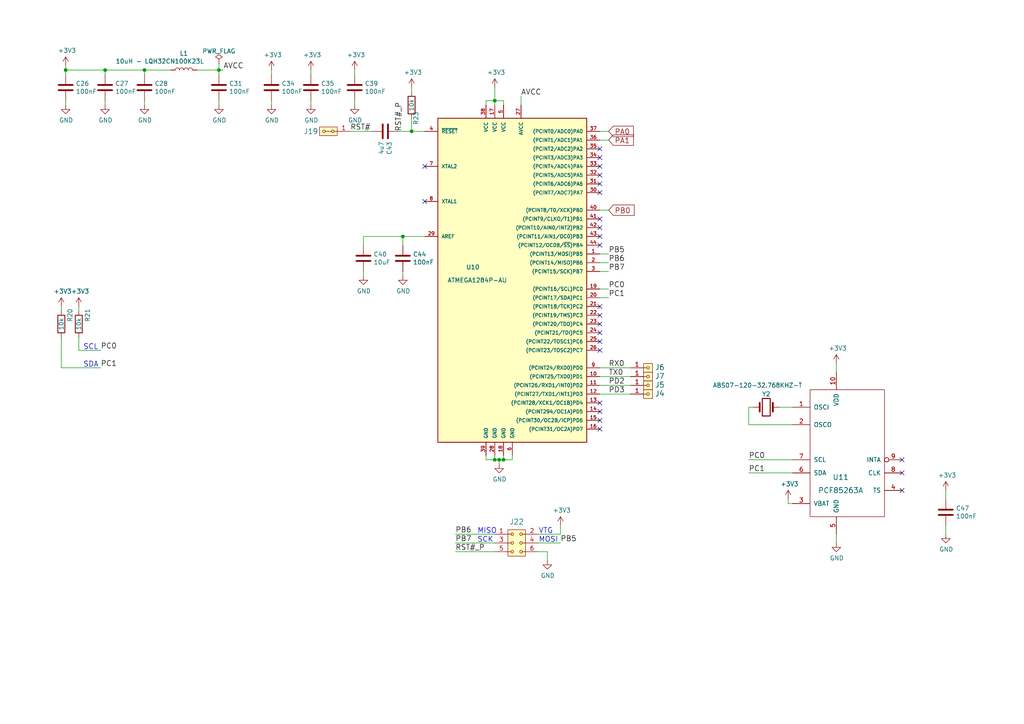
<source format=kicad_sch>
(kicad_sch (version 20230121) (generator eeschema)
  (paper "A4")
  (title_block (title "SPACEDOS01B") (date "2023-01-26") (company "www.ust.cz") (comment 1 "Semiconductor \\nIonizing radiation \\nsatellite spectrometer  \\nand dosimeter ") (comment 3 "Universal Scientific Technologies s.r.o. "))
  (lib_symbols
    (symbol "MLAB_HEADER:HEADER_1x01" (pin_names (offset 1.016))
      (property "Reference" "J" (at 0 -2.54 0))
      (property "Value" "HEADER_1x01" (at 0 2.54 0))
      (symbol "HEADER_1x01_0_1"
        (rectangle (start -1.27 1.27) (end 1.27 -1.27) (fill (type background)))
        (polyline (pts (xy -1.27 0) (xy -0.381 0)))
        (circle (center 0 0) (radius 0.381))
      )
      (symbol "HEADER_1x01_1_1"
        (pin input line (at -5.08 0 0) (length 3.81) (name "~") (number "1"))
      )
    )
    (symbol "MLAB_HEADER:HEADER_2x01_PARALLEL" (pin_names (offset 1.016))
      (property "Reference" "J" (at 0 -2.54 0))
      (property "Value" "HEADER_2x01_PARALLEL" (at 0 2.54 0))
      (symbol "HEADER_2x01_PARALLEL_0_1"
        (rectangle (start -2.54 1.27) (end 2.54 -1.27) (fill (type background)))
        (circle (center -1.27 0) (radius 0.381))
        (polyline (pts (xy -1.651 0) (xy -2.54 0)))
        (polyline (pts (xy -0.889 0) (xy 0.889 0)))
        (circle (center 1.27 0) (radius 0.381))
      )
      (symbol "HEADER_2x01_PARALLEL_1_1"
        (pin input line (at -6.35 0 0) (length 3.81) (name "~") (number "1"))
        (pin input line (at -6.35 0 0) (length 3.81) hide (name "~") (number "2"))
      )
    )
    (symbol "MLAB_HEADER:HEADER_2x03" (pin_names (offset 1.016))
      (property "Reference" "J" (at 0 -5.08 0))
      (property "Value" "HEADER_2x03" (at 0 5.08 0))
      (symbol "HEADER_2x03_0_1"
        (rectangle (start -2.54 3.81) (end 2.54 -3.81) (fill (type background)))
        (circle (center -1.27 -2.54) (radius 0.381))
        (circle (center -1.27 0) (radius 0.381))
        (circle (center -1.27 2.54) (radius 0.381))
        (polyline (pts (xy -1.651 -2.54) (xy -2.54 -2.54)))
        (polyline (pts (xy -1.651 0) (xy -2.54 0)))
        (polyline (pts (xy -1.651 2.54) (xy -2.54 2.54)))
        (polyline (pts (xy 1.651 -2.54) (xy 2.54 -2.54)))
        (polyline (pts (xy 1.651 0) (xy 2.54 0)))
        (polyline (pts (xy 1.651 2.54) (xy 2.54 2.54)))
        (circle (center 1.27 -2.54) (radius 0.381))
        (circle (center 1.27 0) (radius 0.381))
        (circle (center 1.27 2.54) (radius 0.381))
      )
      (symbol "HEADER_2x03_1_1"
        (pin input line (at -6.35 2.54 0) (length 3.81) (name "~") (number "1"))
        (pin input line (at 6.35 2.54 180) (length 3.81) (name "~") (number "2"))
        (pin input line (at -6.35 0 0) (length 3.81) (name "~") (number "3"))
        (pin input line (at 6.35 0 180) (length 3.81) (name "~") (number "4"))
        (pin input line (at -6.35 -2.54 0) (length 3.81) (name "~") (number "5"))
        (pin input line (at 6.35 -2.54 180) (length 3.81) (name "~") (number "6"))
      )
    )
    (symbol "MLAB_IO:PCF85263A" (pin_names (offset 1.016))
      (property "Reference" "U" (at 5.08 12.7 0))
      (property "Value" "MLAB_IO_PCF85263A" (at 6.35 8.89 0))
      (symbol "PCF85263A_0_1"
        (rectangle (start -7.62 17.78) (end 13.97 -19.05))
      )
      (symbol "PCF85263A_1_1"
        (pin input line (at -12.7 12.7 0) (length 5.08) (name "OSCI") (number "1"))
        (pin input line (at 0 22.86 270) (length 5.08) (name "VDD") (number "10"))
        (pin input line (at -12.7 7.62 0) (length 5.08) (name "OSCO") (number "2"))
        (pin input line (at -12.7 -15.24 0) (length 5.08) (name "VBAT") (number "3"))
        (pin input line (at 19.05 -11.43 180) (length 5.08) (name "TS") (number "4"))
        (pin input line (at 0 -24.13 90) (length 5.08) (name "GND") (number "5"))
        (pin input line (at -12.7 -6.35 0) (length 5.08) (name "SDA") (number "6"))
        (pin input line (at -12.7 -2.54 0) (length 5.08) (name "SCL") (number "7"))
        (pin input line (at 19.05 -6.35 180) (length 5.08) (name "CLK") (number "8"))
        (pin input inverted (at 19.05 -2.54 180) (length 5.08) (name "INTA") (number "9"))
      )
    )
    (symbol "SPACEDOS01B_PCB01A-rescue:ATMEGA1284P-AU-atmel-DATALOGGER01A-rescue-CCP2019V01A-rescue-SPACEDOS01A_PCB01A-rescue" (pin_names (offset 1.016))
      (property "Reference" "U" (at -21.59 47.752 0))
      (property "Value" "ATMEGA1284P-AU-atmel-DATALOGGER01A-rescue-CCP2019V01A-rescue-SPACEDOS01A_PCB01A-rescue" (at 10.16 -49.53 0))
      (symbol "ATMEGA1284P-AU-atmel-DATALOGGER01A-rescue-CCP2019V01A-rescue-SPACEDOS01A_PCB01A-rescue_0_1"
        (rectangle (start -21.59 46.99) (end 21.59 -46.99) (stroke (width 0.254)) (fill (type background)))
      )
      (symbol "ATMEGA1284P-AU-atmel-DATALOGGER01A-rescue-CCP2019V01A-rescue-SPACEDOS01A_PCB01A-rescue_1_1"
        (pin bidirectional line (at 25.4 7.62 180) (length 3.81) (name "(PCINT13/MOSI)PB5") (number "1"))
        (pin bidirectional line (at 25.4 -27.94 180) (length 3.81) (name "(PCINT25/TXD0)PD1") (number "10"))
        (pin bidirectional line (at 25.4 -30.48 180) (length 3.81) (name "(PCINT26/RXD1/INT0)PD2") (number "11"))
        (pin bidirectional line (at 25.4 -33.02 180) (length 3.81) (name "(PCINT27/TXD1/INT1)PD3") (number "12"))
        (pin bidirectional line (at 25.4 -35.56 180) (length 3.81) (name "(PCINT28/XCK1/OC1B)PD4") (number "13"))
        (pin bidirectional line (at 25.4 -38.1 180) (length 3.81) (name "(PCINT294/OC1A)PD5") (number "14"))
        (pin bidirectional line (at 25.4 -40.64 180) (length 3.81) (name "(PCINT30/OC2B/ICP)PD6") (number "15"))
        (pin bidirectional line (at 25.4 -43.18 180) (length 3.81) (name "(PCINT31/OC2A)PD7") (number "16"))
        (pin power_in line (at -5.08 50.8 270) (length 3.81) (name "VCC") (number "17"))
        (pin power_in line (at -2.54 -50.8 90) (length 3.81) (name "GND") (number "18"))
        (pin bidirectional line (at 25.4 -2.54 180) (length 3.81) (name "(PCINT16/SCL)PC0") (number "19"))
        (pin bidirectional line (at 25.4 5.08 180) (length 3.81) (name "(PCINT14/MISO)PB6") (number "2"))
        (pin bidirectional line (at 25.4 -5.08 180) (length 3.81) (name "(PCINT17/SDA)PC1") (number "20"))
        (pin bidirectional line (at 25.4 -7.62 180) (length 3.81) (name "(PCINT18/TCK)PC2") (number "21"))
        (pin bidirectional line (at 25.4 -10.16 180) (length 3.81) (name "(PCINT19/TMS)PC3") (number "22"))
        (pin bidirectional line (at 25.4 -12.7 180) (length 3.81) (name "(PCINT20/TDO)PC4") (number "23"))
        (pin bidirectional line (at 25.4 -15.24 180) (length 3.81) (name "(PCINT21/TDI)PC5") (number "24"))
        (pin bidirectional line (at 25.4 -17.78 180) (length 3.81) (name "(PCINT22/TOSC1)PC6") (number "25"))
        (pin bidirectional line (at 25.4 -20.32 180) (length 3.81) (name "(PCINT23/TOSC2)PC7") (number "26"))
        (pin power_in line (at 2.54 50.8 270) (length 3.81) (name "AVCC") (number "27"))
        (pin power_in line (at -5.08 -50.8 90) (length 3.81) (name "GND") (number "28"))
        (pin power_in line (at -25.4 12.7 0) (length 3.81) (name "AREF") (number "29"))
        (pin bidirectional line (at 25.4 2.54 180) (length 3.81) (name "(PCINT15/SCK)PB7") (number "3"))
        (pin bidirectional line (at 25.4 25.4 180) (length 3.81) (name "(PCINT7/ADC7)PA7") (number "30"))
        (pin bidirectional line (at 25.4 27.94 180) (length 3.81) (name "(PCINT6/ADC6)PA6") (number "31"))
        (pin bidirectional line (at 25.4 30.48 180) (length 3.81) (name "(PCINT5/ADC5)PA5") (number "32"))
        (pin bidirectional line (at 25.4 33.02 180) (length 3.81) (name "(PCINT4/ADC4)PA4") (number "33"))
        (pin bidirectional line (at 25.4 35.56 180) (length 3.81) (name "(PCINT3/ADC3)PA3") (number "34"))
        (pin bidirectional line (at 25.4 38.1 180) (length 3.81) (name "(PCINT2/ADC2)PA2") (number "35"))
        (pin bidirectional line (at 25.4 40.64 180) (length 3.81) (name "(PCINT1/ADC1)PA1") (number "36"))
        (pin bidirectional line (at 25.4 43.18 180) (length 3.81) (name "(PCINT0/ADC0)PA0") (number "37"))
        (pin power_in line (at -7.62 50.8 270) (length 3.81) (name "VCC") (number "38"))
        (pin power_in line (at -7.62 -50.8 90) (length 3.81) (name "GND") (number "39"))
        (pin input line (at -25.4 43.18 0) (length 3.81) (name "~{RESET}") (number "4"))
        (pin bidirectional line (at 25.4 20.32 180) (length 3.81) (name "(PCINT8/T0/XCK)PB0") (number "40"))
        (pin bidirectional line (at 25.4 17.78 180) (length 3.81) (name "(PCINT9/CLKO/T1)PB1") (number "41"))
        (pin bidirectional line (at 25.4 15.24 180) (length 3.81) (name "(PCINT10/AIN0/INT2)PB2") (number "42"))
        (pin bidirectional line (at 25.4 12.7 180) (length 3.81) (name "(PCINT11/AIN1/OC0)PB3") (number "43"))
        (pin bidirectional line (at 25.4 10.16 180) (length 3.81) (name "(PCINT12/OC0B/~{SS})PB4") (number "44"))
        (pin power_in line (at -2.54 50.8 270) (length 3.81) (name "VCC") (number "5"))
        (pin power_in line (at 0 -50.8 90) (length 3.81) (name "GND") (number "6"))
        (pin bidirectional line (at -25.4 33.02 0) (length 3.81) (name "XTAL2") (number "7"))
        (pin bidirectional line (at -25.4 22.86 0) (length 3.81) (name "XTAL1") (number "8"))
        (pin bidirectional line (at 25.4 -25.4 180) (length 3.81) (name "(PCINT24/RXD0)PD0") (number "9"))
      )
    )
    (symbol "SPACEDOS01B_PCB01A-rescue:C-device-DATALOGGER01A-rescue-CCP2019V01A-rescue-SPACEDOS01A_PCB01A-rescue" (pin_numbers hide) (pin_names (offset 0.254))
      (property "Reference" "C" (at 0.635 2.54 0))
      (property "Value" "C-device-DATALOGGER01A-rescue-CCP2019V01A-rescue-SPACEDOS01A_PCB01A-rescue" (at 0.635 -2.54 0))
      (symbol "C-device-DATALOGGER01A-rescue-CCP2019V01A-rescue-SPACEDOS01A_PCB01A-rescue_0_1"
        (polyline (pts (xy -2.032 -0.762) (xy 2.032 -0.762)) (stroke (width 0.508)))
        (polyline (pts (xy -2.032 0.762) (xy 2.032 0.762)) (stroke (width 0.508)))
      )
      (symbol "C-device-DATALOGGER01A-rescue-CCP2019V01A-rescue-SPACEDOS01A_PCB01A-rescue_1_1"
        (pin passive line (at 0 3.81 270) (length 2.794) (name "~") (number "1"))
        (pin passive line (at 0 -3.81 90) (length 2.794) (name "~") (number "2"))
      )
    )
    (symbol "SPACEDOS01B_PCB01A-rescue:Crystal-device-DATALOGGER01A-rescue-CCP2019V01A-rescue-SPACEDOS01A_PCB01A-rescue" (pin_numbers hide) (pin_names (offset 1.016) hide)
      (property "Reference" "Y" (at 0 3.81 0))
      (property "Value" "Crystal-device-DATALOGGER01A-rescue-CCP2019V01A-rescue-SPACEDOS01A_PCB01A-rescue" (at 0 -3.81 0))
      (symbol "Crystal-device-DATALOGGER01A-rescue-CCP2019V01A-rescue-SPACEDOS01A_PCB01A-rescue_0_1"
        (rectangle (start -1.143 2.54) (end 1.143 -2.54) (stroke (width 0.3048)))
        (polyline (pts (xy -2.54 0) (xy -1.905 0)))
        (polyline (pts (xy -1.905 -1.27) (xy -1.905 1.27)) (stroke (width 0.508)))
        (polyline (pts (xy 1.905 -1.27) (xy 1.905 1.27)) (stroke (width 0.508)))
        (polyline (pts (xy 2.54 0) (xy 1.905 0)))
      )
      (symbol "Crystal-device-DATALOGGER01A-rescue-CCP2019V01A-rescue-SPACEDOS01A_PCB01A-rescue_1_1"
        (pin passive line (at -3.81 0 0) (length 1.27) (name "1") (number "1"))
        (pin passive line (at 3.81 0 180) (length 1.27) (name "2") (number "2"))
      )
    )
    (symbol "SPACEDOS01B_PCB01A-rescue:L-device-DATALOGGER01A-rescue-CCP2019V01A-rescue-SPACEDOS01A_PCB01A-rescue" (pin_numbers hide) (pin_names (offset 1.016) hide)
      (property "Reference" "L" (at -1.27 0 90))
      (property "Value" "L-device-DATALOGGER01A-rescue-CCP2019V01A-rescue-SPACEDOS01A_PCB01A-rescue" (at 1.905 0 90))
      (symbol "L-device-DATALOGGER01A-rescue-CCP2019V01A-rescue-SPACEDOS01A_PCB01A-rescue_0_1"
        (arc (start 0 -2.54) (mid 0.6323 -1.905) (end 0 -1.27))
        (arc (start 0 -1.27) (mid 0.6323 -0.635) (end 0 0))
        (arc (start 0 0) (mid 0.6323 0.635) (end 0 1.27))
        (arc (start 0 1.27) (mid 0.6323 1.905) (end 0 2.54))
      )
      (symbol "L-device-DATALOGGER01A-rescue-CCP2019V01A-rescue-SPACEDOS01A_PCB01A-rescue_1_1"
        (pin passive line (at 0 3.81 270) (length 1.27) (name "1") (number "1"))
        (pin passive line (at 0 -3.81 90) (length 1.27) (name "2") (number "2"))
      )
    )
    (symbol "SPACEDOS01B_PCB01A-rescue:R-device-DATALOGGER01A-rescue-CCP2019V01A-rescue-SPACEDOS01A_PCB01A-rescue" (pin_numbers hide) (pin_names (offset 0))
      (property "Reference" "R" (at 2.032 0 90))
      (property "Value" "R-device-DATALOGGER01A-rescue-CCP2019V01A-rescue-SPACEDOS01A_PCB01A-rescue" (at 0 0 90))
      (symbol "R-device-DATALOGGER01A-rescue-CCP2019V01A-rescue-SPACEDOS01A_PCB01A-rescue_0_1"
        (rectangle (start -1.016 -2.54) (end 1.016 2.54) (stroke (width 0.254)))
      )
      (symbol "R-device-DATALOGGER01A-rescue-CCP2019V01A-rescue-SPACEDOS01A_PCB01A-rescue_1_1"
        (pin passive line (at 0 3.81 270) (length 1.27) (name "~") (number "1"))
        (pin passive line (at 0 -3.81 90) (length 1.27) (name "~") (number "2"))
      )
    )
    (symbol "power:+3.3V" (power) (pin_names (offset 0))
      (property "Value" "power_+3.3V" (at 0 3.556 0))
      (symbol "+3.3V_0_1"
        (polyline (pts (xy -0.762 1.27) (xy 0 2.54)))
        (polyline (pts (xy 0 0) (xy 0 2.54)))
        (polyline (pts (xy 0 2.54) (xy 0.762 1.27)))
      )
      (symbol "+3.3V_1_1"
        (pin power_in line (at 0 0 90) (length 0) hide (name "+3V3") (number "1"))
      )
    )
    (symbol "power:GND" (power) (pin_names (offset 0))
      (property "Value" "power_GND" (at 0 -3.81 0))
      (symbol "GND_0_1"
        (polyline (pts (xy 0 0) (xy 0 -1.27) (xy 1.27 -1.27) (xy 0 -2.54) (xy -1.27 -1.27) (xy 0 -1.27)))
      )
      (symbol "GND_1_1"
        (pin power_in line (at 0 0 270) (length 0) hide (name "GND") (number "1"))
      )
    )
    (symbol "power:PWR_FLAG" (power) (pin_numbers hide) (pin_names (offset 0) hide)
      (property "Value" "PWR_FLAG" (at 0 3.81 0))
      (symbol "PWR_FLAG_0_0"
        (pin power_out line (at 0 0 90) (length 0) (name "pwr") (number "1"))
      )
      (symbol "PWR_FLAG_0_1"
        (polyline (pts (xy 0 0) (xy 0 1.27) (xy -1.016 1.905) (xy 0 2.54) (xy 1.016 1.905) (xy 0 1.27)))
      )
    )
  )
  (junction (at 19.05 20.32))
  (junction (at 116.84 68.58))
  (junction (at 143.51 133.35))
  (junction (at 41.91 20.32))
  (junction (at 143.51 29.21))
  (junction (at 146.05 133.35))
  (junction (at 30.48 20.32))
  (junction (at 119.38 38.1))
  (junction (at 63.5 20.32))
  (junction (at 144.78 133.35))
  (no_connect (at 173.99 71.12))
  (no_connect (at 173.99 121.92))
  (no_connect (at 173.99 63.5))
  (no_connect (at 173.99 66.04))
  (no_connect (at 173.99 50.8))
  (no_connect (at 173.99 124.46))
  (no_connect (at 123.19 58.42))
  (no_connect (at 261.62 133.35))
  (no_connect (at 123.19 48.26))
  (no_connect (at 173.99 99.06))
  (no_connect (at 173.99 101.6))
  (no_connect (at 173.99 119.38))
  (no_connect (at 173.99 96.52))
  (no_connect (at 173.99 91.44))
  (no_connect (at 173.99 48.26))
  (no_connect (at 173.99 55.88))
  (no_connect (at 173.99 68.58))
  (no_connect (at 173.99 43.18))
  (no_connect (at 261.62 142.24))
  (no_connect (at 173.99 53.34))
  (no_connect (at 261.62 137.16))
  (no_connect (at 173.99 93.98))
  (no_connect (at 173.99 116.84))
  (no_connect (at 173.99 88.9))
  (no_connect (at 173.99 45.72))
  (wire (pts (xy 132.08 154.94) (xy 143.51 154.94)))
  (wire (pts (xy 173.99 111.76) (xy 182.88 111.76)))
  (wire (pts (xy 90.17 20.32) (xy 90.17 21.59)))
  (wire (pts (xy 102.87 20.32) (xy 102.87 21.59)))
  (wire (pts (xy 173.99 86.36) (xy 176.53 86.36)))
  (wire (pts (xy 140.97 132.08) (xy 140.97 133.35)))
  (wire (pts (xy 19.05 30.48) (xy 19.05 29.21)))
  (wire (pts (xy 218.44 118.11) (xy 217.17 118.11)))
  (wire (pts (xy 173.99 60.96) (xy 176.53 60.96)))
  (wire (pts (xy 22.86 101.6) (xy 29.21 101.6)))
  (wire (pts (xy 19.05 20.32) (xy 19.05 19.05)))
  (wire (pts (xy 41.91 30.48) (xy 41.91 29.21)))
  (wire (pts (xy 146.05 132.08) (xy 146.05 133.35)))
  (wire (pts (xy 173.99 114.3) (xy 182.88 114.3)))
  (wire (pts (xy 101.6 38.1) (xy 107.95 38.1)))
  (wire (pts (xy 242.57 157.48) (xy 242.57 154.94)))
  (wire (pts (xy 132.08 157.48) (xy 143.51 157.48)))
  (wire (pts (xy 229.87 133.35) (xy 217.17 133.35)))
  (wire (pts (xy 41.91 20.32) (xy 49.53 20.32)))
  (wire (pts (xy 229.87 118.11) (xy 226.06 118.11)))
  (wire (pts (xy 116.84 80.01) (xy 116.84 78.74)))
  (wire (pts (xy 143.51 133.35) (xy 144.78 133.35)))
  (wire (pts (xy 274.32 152.4) (xy 274.32 154.94)))
  (wire (pts (xy 132.08 160.02) (xy 143.51 160.02)))
  (wire (pts (xy 119.38 26.67) (xy 119.38 25.4)))
  (wire (pts (xy 173.99 106.68) (xy 182.88 106.68)))
  (wire (pts (xy 140.97 30.48) (xy 140.97 29.21)))
  (wire (pts (xy 119.38 38.1) (xy 123.19 38.1)))
  (wire (pts (xy 274.32 142.24) (xy 274.32 144.78)))
  (wire (pts (xy 63.5 20.32) (xy 63.5 21.59)))
  (wire (pts (xy 116.84 71.12) (xy 116.84 68.58)))
  (wire (pts (xy 140.97 133.35) (xy 143.51 133.35)))
  (wire (pts (xy 115.57 38.1) (xy 119.38 38.1)))
  (wire (pts (xy 156.21 157.48) (xy 162.56 157.48)))
  (wire (pts (xy 22.86 97.79) (xy 22.86 101.6)))
  (wire (pts (xy 41.91 21.59) (xy 41.91 20.32)))
  (wire (pts (xy 143.51 29.21) (xy 146.05 29.21)))
  (wire (pts (xy 78.74 30.48) (xy 78.74 29.21)))
  (wire (pts (xy 17.78 97.79) (xy 17.78 106.68)))
  (wire (pts (xy 144.78 133.35) (xy 146.05 133.35)))
  (wire (pts (xy 228.6 144.78) (xy 228.6 146.05)))
  (wire (pts (xy 119.38 34.29) (xy 119.38 38.1)))
  (wire (pts (xy 173.99 38.1) (xy 176.53 38.1)))
  (wire (pts (xy 158.75 160.02) (xy 158.75 162.56)))
  (wire (pts (xy 242.57 107.95) (xy 242.57 105.41)))
  (wire (pts (xy 173.99 73.66) (xy 176.53 73.66)))
  (wire (pts (xy 156.21 154.94) (xy 162.56 154.94)))
  (wire (pts (xy 30.48 20.32) (xy 41.91 20.32)))
  (wire (pts (xy 22.86 88.9) (xy 22.86 90.17)))
  (wire (pts (xy 173.99 83.82) (xy 176.53 83.82)))
  (wire (pts (xy 64.77 20.32) (xy 63.5 20.32)))
  (wire (pts (xy 78.74 20.32) (xy 78.74 21.59)))
  (wire (pts (xy 17.78 88.9) (xy 17.78 90.17)))
  (wire (pts (xy 217.17 123.19) (xy 229.87 123.19)))
  (wire (pts (xy 162.56 154.94) (xy 162.56 152.4)))
  (wire (pts (xy 148.59 133.35) (xy 148.59 132.08)))
  (wire (pts (xy 143.51 30.48) (xy 143.51 29.21)))
  (wire (pts (xy 173.99 78.74) (xy 176.53 78.74)))
  (wire (pts (xy 105.41 68.58) (xy 116.84 68.58)))
  (wire (pts (xy 116.84 68.58) (xy 123.19 68.58)))
  (wire (pts (xy 105.41 80.01) (xy 105.41 78.74)))
  (wire (pts (xy 105.41 68.58) (xy 105.41 71.12)))
  (wire (pts (xy 151.13 30.48) (xy 151.13 27.94)))
  (wire (pts (xy 228.6 146.05) (xy 229.87 146.05)))
  (wire (pts (xy 173.99 40.64) (xy 176.53 40.64)))
  (wire (pts (xy 63.5 18.415) (xy 63.5 20.32)))
  (wire (pts (xy 144.78 134.62) (xy 144.78 133.35)))
  (wire (pts (xy 19.05 21.59) (xy 19.05 20.32)))
  (wire (pts (xy 90.17 30.48) (xy 90.17 29.21)))
  (wire (pts (xy 30.48 21.59) (xy 30.48 20.32)))
  (wire (pts (xy 102.87 30.48) (xy 102.87 29.21)))
  (wire (pts (xy 143.51 132.08) (xy 143.51 133.35)))
  (wire (pts (xy 143.51 29.21) (xy 143.51 25.4)))
  (wire (pts (xy 30.48 30.48) (xy 30.48 29.21)))
  (wire (pts (xy 146.05 29.21) (xy 146.05 30.48)))
  (wire (pts (xy 146.05 133.35) (xy 148.59 133.35)))
  (wire (pts (xy 156.21 160.02) (xy 158.75 160.02)))
  (wire (pts (xy 217.17 137.16) (xy 229.87 137.16)))
  (wire (pts (xy 17.78 106.68) (xy 29.21 106.68)))
  (wire (pts (xy 173.99 109.22) (xy 182.88 109.22)))
  (wire (pts (xy 63.5 30.48) (xy 63.5 29.21)))
  (wire (pts (xy 173.99 76.2) (xy 176.53 76.2)))
  (wire (pts (xy 57.15 20.32) (xy 63.5 20.32)))
  (wire (pts (xy 140.97 29.21) (xy 143.51 29.21)))
  (wire (pts (xy 19.05 20.32) (xy 30.48 20.32)))
  (wire (pts (xy 217.17 118.11) (xy 217.17 123.19)))
  (text "SCL" (at 24.13 101.6 0) (effects (font (size 1.524 1.524)) (justify left bottom)))
  (text "MISO" (at 138.43 154.94 0) (effects (font (size 1.524 1.524)) (justify left bottom)))
  (text "MOSI" (at 156.21 157.48 0) (effects (font (size 1.524 1.524)) (justify left bottom)))
  (text "SCK" (at 138.43 157.48 0) (effects (font (size 1.524 1.524)) (justify left bottom)))
  (text "SDA" (at 24.13 106.68 0) (effects (font (size 1.524 1.524)) (justify left bottom)))
  (text "VTG" (at 156.21 154.94 0) (effects (font (size 1.524 1.524)) (justify left bottom)))
  (label "PC0" (at 176.53 83.82 0) (effects (font (size 1.524 1.524))))
  (label "PC0" (at 217.17 133.35 0) (effects (font (size 1.524 1.524))))
  (label "AVCC" (at 64.77 20.32 0) (effects (font (size 1.524 1.524))))
  (label "RX0" (at 176.53 106.68 0) (effects (font (size 1.524 1.524))))
  (label "PC1" (at 176.53 86.36 0) (effects (font (size 1.524 1.524))))
  (label "AVCC" (at 151.13 27.94 0) (effects (font (size 1.524 1.524))))
  (label "PD2" (at 176.53 111.76 0) (effects (font (size 1.524 1.524))))
  (label "PB5" (at 162.56 157.48 0) (effects (font (size 1.524 1.524))))
  (label "PC0" (at 29.21 101.6 0) (effects (font (size 1.524 1.524))))
  (label "PB7" (at 176.53 78.74 0) (effects (font (size 1.524 1.524))))
  (label "TX0" (at 176.53 109.22 0) (effects (font (size 1.524 1.524))))
  (label "PC1" (at 217.17 137.16 0) (effects (font (size 1.524 1.524))))
  (label "RST#_P" (at 132.08 160.02 0) (effects (font (size 1.524 1.524))))
  (label "RST#_P" (at 116.84 38.1 90) (effects (font (size 1.524 1.524))))
  (label "RST#" (at 101.6 38.1 0) (effects (font (size 1.524 1.524))))
  (label "PC1" (at 29.21 106.68 0) (effects (font (size 1.524 1.524))))
  (label "PD3" (at 176.53 114.3 0) (effects (font (size 1.524 1.524))))
  (label "PB6" (at 176.53 76.2 0) (effects (font (size 1.524 1.524))))
  (label "PB6" (at 132.08 154.94 0) (effects (font (size 1.524 1.524))))
  (label "PB7" (at 132.08 157.48 0) (effects (font (size 1.524 1.524))))
  (label "PB5" (at 176.53 73.66 0) (effects (font (size 1.524 1.524))))
  (global_label "PB0" (shape input) (at 176.53 60.96 0) (effects (font (size 1.524 1.524))) (property "Intersheetrefs" "${INTERSHEET_REFS}" (effects hide)))
  (global_label "PA0" (shape input) (at 176.53 38.1 0) (effects (font (size 1.524 1.524))) (property "Intersheetrefs" "${INTERSHEET_REFS}" (effects hide)))
  (global_label "PA1" (shape input) (at 176.53 40.64 0) (effects (font (size 1.524 1.524))) (property "Intersheetrefs" "${INTERSHEET_REFS}" (effects hide)))
  (symbol (lib_id "SPACEDOS01B_PCB01A-rescue:ATMEGA1284P-AU-atmel-DATALOGGER01A-rescue-CCP2019V01A-rescue-SPACEDOS01A_PCB01A-rescue") (at 148.59 81.28 0) (unit 1)
    (property "Reference" "U10" (at 137.16 77.47 0))
    (property "Value" "ATMEGA1284P-AU" (at 138.43 81.28 0))
    (property "Footprint" "Package_QFP:TQFP-44_10x10mm_P0.8mm" (effects hide))
    (property "Datasheet" "http://www.atmel.com/Images/Atmel-8272-8-bit-AVR-microcontroller-ATmega164A_PA-324A_PA-644A_PA-1284_P_datasheet.pdf" (effects hide))
  )
  (symbol (lib_id "SPACEDOS01B_PCB01A-rescue:C-device-DATALOGGER01A-rescue-CCP2019V01A-rescue-SPACEDOS01A_PCB01A-rescue") (at 105.41 74.93 0) (unit 1)
    (property "Reference" "C40" (at 108.331 73.7616 0) (effects (justify left)))
    (property "Value" "10uF" (at 108.331 76.073 0) (effects (justify left)))
    (property "Footprint" "Mlab_R:SMD-0805" (effects hide))
  )
  (symbol (lib_id "SPACEDOS01B_PCB01A-rescue:C-device-DATALOGGER01A-rescue-CCP2019V01A-rescue-SPACEDOS01A_PCB01A-rescue") (at 116.84 74.93 0) (unit 1)
    (property "Reference" "C44" (at 119.761 73.7616 0) (effects (justify left)))
    (property "Value" "100nF" (at 119.761 76.073 0) (effects (justify left)))
    (property "Footprint" "Mlab_R:SMD-0805" (effects hide))
  )
  (symbol (lib_id "power:GND") (at 116.84 80.01 0) (unit 1)
    (property "Reference" "#PWR0116" (effects hide))
    (property "Value" "GND" (at 116.967 84.4042 0))
  )
  (symbol (lib_id "power:GND") (at 105.41 80.01 0) (unit 1)
    (property "Reference" "#PWR0117" (effects hide))
    (property "Value" "GND" (at 105.537 84.4042 0))
  )
  (symbol (lib_id "SPACEDOS01B_PCB01A-rescue:C-device-DATALOGGER01A-rescue-CCP2019V01A-rescue-SPACEDOS01A_PCB01A-rescue") (at 111.76 38.1 270) (unit 1)
    (property "Reference" "C43" (at 112.9284 41.021 0) (effects (justify left)))
    (property "Value" "4u7" (at 110.617 41.021 0) (effects (justify left)))
    (property "Footprint" "Mlab_R:SMD-0805" (effects hide))
  )
  (symbol (lib_id "SPACEDOS01B_PCB01A-rescue:R-device-DATALOGGER01A-rescue-CCP2019V01A-rescue-SPACEDOS01A_PCB01A-rescue") (at 119.38 30.48 180) (unit 1)
    (property "Reference" "R23" (at 120.65 34.29 90))
    (property "Value" "10k" (at 119.38 30.48 90))
    (property "Footprint" "Mlab_R:SMD-0805" (effects hide))
  )
  (symbol (lib_id "MLAB_HEADER:HEADER_2x01_PARALLEL") (at 95.25 38.1 180) (unit 1)
    (property "Reference" "J19" (at 90.17 38.1 0) (effects (font (size 1.524 1.524))))
    (property "Value" "HEADER_2x01_PARALLEL" (effects hide))
    (property "Footprint" "Mlab_Pin_Headers:Straight_2x01" (effects hide))
  )
  (symbol (lib_id "SPACEDOS01B_PCB01A-rescue:C-device-DATALOGGER01A-rescue-CCP2019V01A-rescue-SPACEDOS01A_PCB01A-rescue") (at 19.05 25.4 0) (unit 1)
    (property "Reference" "C26" (at 21.971 24.2316 0) (effects (justify left)))
    (property "Value" "100nF" (at 21.971 26.543 0) (effects (justify left)))
    (property "Footprint" "Mlab_R:SMD-0805" (effects hide))
  )
  (symbol (lib_id "SPACEDOS01B_PCB01A-rescue:C-device-DATALOGGER01A-rescue-CCP2019V01A-rescue-SPACEDOS01A_PCB01A-rescue") (at 30.48 25.4 0) (unit 1)
    (property "Reference" "C27" (at 33.401 24.2316 0) (effects (justify left)))
    (property "Value" "100nF" (at 33.401 26.543 0) (effects (justify left)))
    (property "Footprint" "Mlab_R:SMD-0805" (effects hide))
  )
  (symbol (lib_id "SPACEDOS01B_PCB01A-rescue:C-device-DATALOGGER01A-rescue-CCP2019V01A-rescue-SPACEDOS01A_PCB01A-rescue") (at 41.91 25.4 0) (unit 1)
    (property "Reference" "C28" (at 44.831 24.2316 0) (effects (justify left)))
    (property "Value" "100nF" (at 44.831 26.543 0) (effects (justify left)))
    (property "Footprint" "Mlab_R:SMD-0805" (effects hide))
  )
  (symbol (lib_id "SPACEDOS01B_PCB01A-rescue:L-device-DATALOGGER01A-rescue-CCP2019V01A-rescue-SPACEDOS01A_PCB01A-rescue") (at 53.34 20.32 90) (unit 1)
    (property "Reference" "L1" (at 53.34 15.494 90))
    (property "Value" "10uH - LQH32CN100K23L" (at 46.355 17.78 90))
    (property "Footprint" "Mlab_R:SMD-1210" (effects hide))
  )
  (symbol (lib_id "SPACEDOS01B_PCB01A-rescue:C-device-DATALOGGER01A-rescue-CCP2019V01A-rescue-SPACEDOS01A_PCB01A-rescue") (at 63.5 25.4 0) (unit 1)
    (property "Reference" "C31" (at 66.421 24.2316 0) (effects (justify left)))
    (property "Value" "100nF" (at 66.421 26.543 0) (effects (justify left)))
    (property "Footprint" "Mlab_R:SMD-0805" (effects hide))
  )
  (symbol (lib_id "power:GND") (at 19.05 30.48 0) (unit 1)
    (property "Reference" "#PWR0121" (effects hide))
    (property "Value" "GND" (at 19.177 34.8742 0))
  )
  (symbol (lib_id "power:GND") (at 30.48 30.48 0) (unit 1)
    (property "Reference" "#PWR0122" (effects hide))
    (property "Value" "GND" (at 30.607 34.8742 0))
  )
  (symbol (lib_id "power:GND") (at 41.91 30.48 0) (unit 1)
    (property "Reference" "#PWR0123" (effects hide))
    (property "Value" "GND" (at 42.037 34.8742 0))
  )
  (symbol (lib_id "power:GND") (at 63.5 30.48 0) (unit 1)
    (property "Reference" "#PWR0124" (effects hide))
    (property "Value" "GND" (at 63.627 34.8742 0))
  )
  (symbol (lib_id "MLAB_HEADER:HEADER_2x03") (at 149.86 157.48 0) (unit 1)
    (property "Reference" "J22" (at 149.86 151.3586 0) (effects (font (size 1.524 1.524))))
    (property "Value" "HEADER_2x03" (effects hide))
    (property "Footprint" "Mlab_Pin_Headers:SMD_2x03" (effects hide))
  )
  (symbol (lib_id "power:GND") (at 158.75 162.56 0) (unit 1)
    (property "Reference" "#PWR0153" (effects hide))
    (property "Value" "GND" (at 158.877 166.9542 0))
  )
  (symbol (lib_id "power:GND") (at 144.78 134.62 0) (unit 1)
    (property "Reference" "#PWR0129" (effects hide))
    (property "Value" "GND" (at 144.907 139.0142 0))
  )
  (symbol (lib_id "SPACEDOS01B_PCB01A-rescue:R-device-DATALOGGER01A-rescue-CCP2019V01A-rescue-SPACEDOS01A_PCB01A-rescue") (at 17.78 93.98 180) (unit 1)
    (property "Reference" "R20" (at 20.32 91.44 90))
    (property "Value" "10k" (at 17.78 93.98 90))
    (property "Footprint" "Mlab_R:SMD-0805" (effects hide))
  )
  (symbol (lib_id "SPACEDOS01B_PCB01A-rescue:R-device-DATALOGGER01A-rescue-CCP2019V01A-rescue-SPACEDOS01A_PCB01A-rescue") (at 22.86 93.98 180) (unit 1)
    (property "Reference" "R21" (at 25.4 91.44 90))
    (property "Value" "10k" (at 22.86 93.98 90))
    (property "Footprint" "Mlab_R:SMD-0805" (effects hide))
  )
  (symbol (lib_id "MLAB_IO:PCF85263A") (at 242.57 130.81 0) (unit 1)
    (property "Reference" "U11" (at 243.84 138.43 0) (effects (font (size 1.524 1.524))))
    (property "Value" "PCF85263A" (at 243.84 142.24 0) (effects (font (size 1.524 1.524))))
    (property "Footprint" "Mlab_IO:TSSOP-10_3x3mm_Pitch0.5mm" (effects hide))
  )
  (symbol (lib_id "SPACEDOS01B_PCB01A-rescue:Crystal-device-DATALOGGER01A-rescue-CCP2019V01A-rescue-SPACEDOS01A_PCB01A-rescue") (at 222.25 118.11 0) (unit 1)
    (property "Reference" "Y2" (at 222.25 114.3 0))
    (property "Value" "ABS07-120-32.768KHZ-T" (at 219.71 111.76 0))
    (property "Footprint" "Mlab_XTAL:ABS07" (effects hide))
  )
  (symbol (lib_id "power:GND") (at 242.57 157.48 0) (unit 1)
    (property "Reference" "#PWR0133" (effects hide))
    (property "Value" "GND" (at 242.697 161.8742 0))
  )
  (symbol (lib_id "SPACEDOS01B_PCB01A-rescue:C-device-DATALOGGER01A-rescue-CCP2019V01A-rescue-SPACEDOS01A_PCB01A-rescue") (at 78.74 25.4 0) (unit 1)
    (property "Reference" "C34" (at 81.661 24.2316 0) (effects (justify left)))
    (property "Value" "100nF" (at 81.661 26.543 0) (effects (justify left)))
    (property "Footprint" "Mlab_R:SMD-0805" (effects hide))
  )
  (symbol (lib_id "power:GND") (at 78.74 30.48 0) (unit 1)
    (property "Reference" "#PWR0154" (effects hide))
    (property "Value" "GND" (at 78.867 34.8742 0))
  )
  (symbol (lib_id "SPACEDOS01B_PCB01A-rescue:C-device-DATALOGGER01A-rescue-CCP2019V01A-rescue-SPACEDOS01A_PCB01A-rescue") (at 274.32 148.59 0) (unit 1)
    (property "Reference" "C47" (at 277.241 147.4216 0) (effects (justify left)))
    (property "Value" "100nF" (at 277.241 149.733 0) (effects (justify left)))
    (property "Footprint" "Mlab_R:SMD-0805" (effects hide))
  )
  (symbol (lib_id "power:GND") (at 274.32 154.94 0) (unit 1)
    (property "Reference" "#PWR0134" (effects hide))
    (property "Value" "GND" (at 274.447 159.3342 0))
  )
  (symbol (lib_id "SPACEDOS01B_PCB01A-rescue:C-device-DATALOGGER01A-rescue-CCP2019V01A-rescue-SPACEDOS01A_PCB01A-rescue") (at 90.17 25.4 0) (unit 1)
    (property "Reference" "C35" (at 93.091 24.2316 0) (effects (justify left)))
    (property "Value" "100nF" (at 93.091 26.543 0) (effects (justify left)))
    (property "Footprint" "Mlab_R:SMD-0805" (effects hide))
  )
  (symbol (lib_id "power:GND") (at 90.17 30.48 0) (unit 1)
    (property "Reference" "#PWR0156" (effects hide))
    (property "Value" "GND" (at 90.297 34.8742 0))
  )
  (symbol (lib_id "SPACEDOS01B_PCB01A-rescue:C-device-DATALOGGER01A-rescue-CCP2019V01A-rescue-SPACEDOS01A_PCB01A-rescue") (at 102.87 25.4 0) (unit 1)
    (property "Reference" "C39" (at 105.791 24.2316 0) (effects (justify left)))
    (property "Value" "100nF" (at 105.791 26.543 0) (effects (justify left)))
    (property "Footprint" "Mlab_R:SMD-0805" (effects hide))
  )
  (symbol (lib_id "power:GND") (at 102.87 30.48 0) (unit 1)
    (property "Reference" "#PWR0158" (effects hide))
    (property "Value" "GND" (at 102.997 34.8742 0))
  )
  (symbol (lib_id "power:+3.3V") (at 228.6 144.78 0) (unit 1)
    (property "Reference" "#PWR0108" (effects hide))
    (property "Value" "+3.3V" (at 228.981 140.3858 0))
  )
  (symbol (lib_id "MLAB_HEADER:HEADER_1x01") (at 187.96 114.3 0) (unit 1)
    (property "Reference" "J4" (at 189.9412 114.173 0) (effects (font (size 1.524 1.524)) (justify left)))
    (property "Value" "HEADER_1x01" (effects hide))
    (property "Footprint" "Mlab_Pin_Headers:Straight_1x01" (effects hide))
  )
  (symbol (lib_id "MLAB_HEADER:HEADER_1x01") (at 187.96 111.76 0) (unit 1)
    (property "Reference" "J5" (at 189.9412 111.633 0) (effects (font (size 1.524 1.524)) (justify left)))
    (property "Value" "HEADER_1x01" (effects hide))
    (property "Footprint" "Mlab_Pin_Headers:Straight_1x01" (effects hide))
  )
  (symbol (lib_id "MLAB_HEADER:HEADER_1x01") (at 187.96 106.68 0) (unit 1)
    (property "Reference" "J6" (at 189.9412 106.553 0) (effects (font (size 1.524 1.524)) (justify left)))
    (property "Value" "HEADER_1x01" (effects hide))
    (property "Footprint" "Mlab_Pin_Headers:Straight_1x01" (effects hide))
  )
  (symbol (lib_id "MLAB_HEADER:HEADER_1x01") (at 187.96 109.22 0) (unit 1)
    (property "Reference" "J7" (at 189.9412 109.093 0) (effects (font (size 1.524 1.524)) (justify left)))
    (property "Value" "HEADER_1x01" (effects hide))
    (property "Footprint" "Mlab_Pin_Headers:Straight_1x01" (effects hide))
  )
  (symbol (lib_id "power:+3.3V") (at 19.05 19.05 0) (unit 1)
    (property "Reference" "#PWR0118" (effects hide))
    (property "Value" "+3.3V" (at 19.431 14.6558 0))
  )
  (symbol (lib_id "power:+3.3V") (at 78.74 20.32 0) (unit 1)
    (property "Reference" "#PWR0120" (effects hide))
    (property "Value" "+3.3V" (at 79.121 15.9258 0))
  )
  (symbol (lib_id "power:+3.3V") (at 90.17 20.32 0) (unit 1)
    (property "Reference" "#PWR0130" (effects hide))
    (property "Value" "+3.3V" (at 90.551 15.9258 0))
  )
  (symbol (lib_id "power:+3.3V") (at 102.87 20.32 0) (unit 1)
    (property "Reference" "#PWR0131" (effects hide))
    (property "Value" "+3.3V" (at 103.251 15.9258 0))
  )
  (symbol (lib_id "power:+3.3V") (at 119.38 25.4 0) (unit 1)
    (property "Reference" "#PWR0132" (effects hide))
    (property "Value" "+3.3V" (at 119.761 21.0058 0))
  )
  (symbol (lib_id "power:+3.3V") (at 143.51 25.4 0) (unit 1)
    (property "Reference" "#PWR0135" (effects hide))
    (property "Value" "+3.3V" (at 143.891 21.0058 0))
  )
  (symbol (lib_id "power:+3.3V") (at 242.57 105.41 0) (unit 1)
    (property "Reference" "#PWR0143" (effects hide))
    (property "Value" "+3.3V" (at 242.951 101.0158 0))
  )
  (symbol (lib_id "power:+3.3V") (at 274.32 142.24 0) (unit 1)
    (property "Reference" "#PWR0144" (effects hide))
    (property "Value" "+3.3V" (at 274.701 137.8458 0))
  )
  (symbol (lib_id "power:+3.3V") (at 162.56 152.4 0) (unit 1)
    (property "Reference" "#PWR0145" (effects hide))
    (property "Value" "+3.3V" (at 162.941 148.0058 0))
  )
  (symbol (lib_id "power:+3.3V") (at 17.78 88.9 0) (unit 1)
    (property "Reference" "#PWR0146" (effects hide))
    (property "Value" "+3.3V" (at 18.161 84.5058 0))
  )
  (symbol (lib_id "power:+3.3V") (at 22.86 88.9 0) (unit 1)
    (property "Reference" "#PWR0147" (effects hide))
    (property "Value" "+3.3V" (at 23.241 84.5058 0))
  )
  (symbol (lib_id "power:PWR_FLAG") (at 63.5 18.415 0) (unit 1)
    (property "Reference" "#FLG0109" (effects hide))
    (property "Value" "PWR_FLAG" (at 63.5 14.8392 0))
  )
)
</source>
